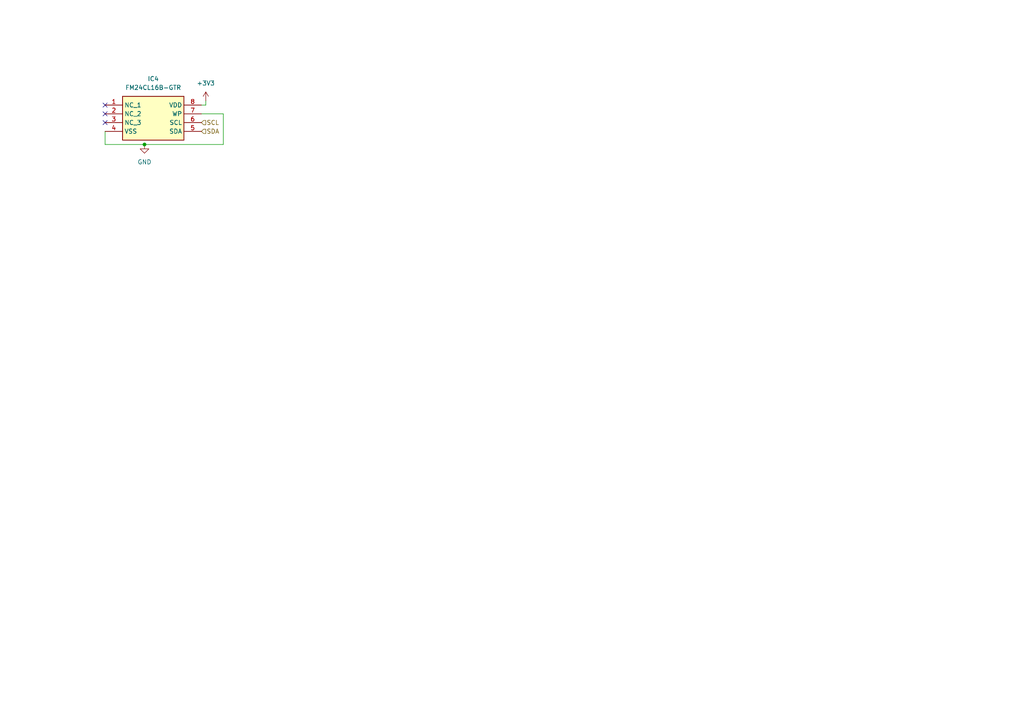
<source format=kicad_sch>
(kicad_sch
	(version 20250114)
	(generator "eeschema")
	(generator_version "9.0")
	(uuid "819cd880-e307-44e0-a007-fc97e5954497")
	(paper "A4")
	(title_block
		(title "DiSEqc Motor Control")
		(company "M0DMF ")
	)
	(lib_symbols
		(symbol "diseqc_cntrl:+3V3"
			(power)
			(pin_numbers
				(hide yes)
			)
			(pin_names
				(offset 0)
				(hide yes)
			)
			(exclude_from_sim no)
			(in_bom yes)
			(on_board yes)
			(property "Reference" "#PWR"
				(at 0 -3.81 0)
				(effects
					(font
						(size 1.27 1.27)
					)
					(hide yes)
				)
			)
			(property "Value" "+3V3"
				(at 0 3.556 0)
				(effects
					(font
						(size 1.27 1.27)
					)
				)
			)
			(property "Footprint" ""
				(at 0 0 0)
				(effects
					(font
						(size 1.27 1.27)
					)
					(hide yes)
				)
			)
			(property "Datasheet" ""
				(at 0 0 0)
				(effects
					(font
						(size 1.27 1.27)
					)
					(hide yes)
				)
			)
			(property "Description" "Power symbol creates a global label with name \"+3V3\""
				(at 0 0 0)
				(effects
					(font
						(size 1.27 1.27)
					)
					(hide yes)
				)
			)
			(property "ki_keywords" "global power"
				(at 0 0 0)
				(effects
					(font
						(size 1.27 1.27)
					)
					(hide yes)
				)
			)
			(symbol "+3V3_0_1"
				(polyline
					(pts
						(xy -0.762 1.27) (xy 0 2.54)
					)
					(stroke
						(width 0)
						(type default)
					)
					(fill
						(type none)
					)
				)
				(polyline
					(pts
						(xy 0 2.54) (xy 0.762 1.27)
					)
					(stroke
						(width 0)
						(type default)
					)
					(fill
						(type none)
					)
				)
				(polyline
					(pts
						(xy 0 0) (xy 0 2.54)
					)
					(stroke
						(width 0)
						(type default)
					)
					(fill
						(type none)
					)
				)
			)
			(symbol "+3V3_1_1"
				(pin power_in line
					(at 0 0 90)
					(length 0)
					(name "~"
						(effects
							(font
								(size 1.27 1.27)
							)
						)
					)
					(number "1"
						(effects
							(font
								(size 1.27 1.27)
							)
						)
					)
				)
			)
			(embedded_fonts no)
		)
		(symbol "diseqc_cntrl:FM24CL16B-GTR"
			(exclude_from_sim no)
			(in_bom yes)
			(on_board yes)
			(property "Reference" "IC"
				(at 24.13 7.62 0)
				(effects
					(font
						(size 1.27 1.27)
					)
					(justify left top)
				)
			)
			(property "Value" "FM24CL16B-GTR"
				(at 24.13 5.08 0)
				(effects
					(font
						(size 1.27 1.27)
					)
					(justify left top)
				)
			)
			(property "Footprint" "SOIC127P602X173-8N"
				(at 24.13 -94.92 0)
				(effects
					(font
						(size 1.27 1.27)
					)
					(justify left top)
					(hide yes)
				)
			)
			(property "Datasheet" "http://www.cypress.com/file/136491/download"
				(at 24.13 -194.92 0)
				(effects
					(font
						(size 1.27 1.27)
					)
					(justify left top)
					(hide yes)
				)
			)
			(property "Description" "F-RAM 16Kb Serial I2C 3V FRAM"
				(at 0 0 0)
				(effects
					(font
						(size 1.27 1.27)
					)
					(hide yes)
				)
			)
			(property "Height" "1.727"
				(at 24.13 -394.92 0)
				(effects
					(font
						(size 1.27 1.27)
					)
					(justify left top)
					(hide yes)
				)
			)
			(property "Mouser Part Number" "877-FM24CL16B-GTR"
				(at 24.13 -494.92 0)
				(effects
					(font
						(size 1.27 1.27)
					)
					(justify left top)
					(hide yes)
				)
			)
			(property "Mouser Price/Stock" "https://www.mouser.co.uk/ProductDetail/Infineon-Technologies/FM24CL16B-GTR?qs=pA5MXup5wxEg33VanoiarA%3D%3D"
				(at 24.13 -594.92 0)
				(effects
					(font
						(size 1.27 1.27)
					)
					(justify left top)
					(hide yes)
				)
			)
			(property "Manufacturer_Name" "Infineon"
				(at 24.13 -694.92 0)
				(effects
					(font
						(size 1.27 1.27)
					)
					(justify left top)
					(hide yes)
				)
			)
			(property "Manufacturer_Part_Number" "FM24CL16B-GTR"
				(at 24.13 -794.92 0)
				(effects
					(font
						(size 1.27 1.27)
					)
					(justify left top)
					(hide yes)
				)
			)
			(symbol "FM24CL16B-GTR_1_1"
				(rectangle
					(start 5.08 2.54)
					(end 22.86 -10.16)
					(stroke
						(width 0.254)
						(type default)
					)
					(fill
						(type background)
					)
				)
				(pin passive line
					(at 0 0 0)
					(length 5.08)
					(name "NC_1"
						(effects
							(font
								(size 1.27 1.27)
							)
						)
					)
					(number "1"
						(effects
							(font
								(size 1.27 1.27)
							)
						)
					)
				)
				(pin passive line
					(at 0 -2.54 0)
					(length 5.08)
					(name "NC_2"
						(effects
							(font
								(size 1.27 1.27)
							)
						)
					)
					(number "2"
						(effects
							(font
								(size 1.27 1.27)
							)
						)
					)
				)
				(pin passive line
					(at 0 -5.08 0)
					(length 5.08)
					(name "NC_3"
						(effects
							(font
								(size 1.27 1.27)
							)
						)
					)
					(number "3"
						(effects
							(font
								(size 1.27 1.27)
							)
						)
					)
				)
				(pin passive line
					(at 0 -7.62 0)
					(length 5.08)
					(name "VSS"
						(effects
							(font
								(size 1.27 1.27)
							)
						)
					)
					(number "4"
						(effects
							(font
								(size 1.27 1.27)
							)
						)
					)
				)
				(pin passive line
					(at 27.94 0 180)
					(length 5.08)
					(name "VDD"
						(effects
							(font
								(size 1.27 1.27)
							)
						)
					)
					(number "8"
						(effects
							(font
								(size 1.27 1.27)
							)
						)
					)
				)
				(pin passive line
					(at 27.94 -2.54 180)
					(length 5.08)
					(name "WP"
						(effects
							(font
								(size 1.27 1.27)
							)
						)
					)
					(number "7"
						(effects
							(font
								(size 1.27 1.27)
							)
						)
					)
				)
				(pin passive line
					(at 27.94 -5.08 180)
					(length 5.08)
					(name "SCL"
						(effects
							(font
								(size 1.27 1.27)
							)
						)
					)
					(number "6"
						(effects
							(font
								(size 1.27 1.27)
							)
						)
					)
				)
				(pin passive line
					(at 27.94 -7.62 180)
					(length 5.08)
					(name "SDA"
						(effects
							(font
								(size 1.27 1.27)
							)
						)
					)
					(number "5"
						(effects
							(font
								(size 1.27 1.27)
							)
						)
					)
				)
			)
			(embedded_fonts no)
		)
		(symbol "diseqc_cntrl:GND"
			(power)
			(pin_numbers
				(hide yes)
			)
			(pin_names
				(offset 0)
				(hide yes)
			)
			(exclude_from_sim no)
			(in_bom yes)
			(on_board yes)
			(property "Reference" "#PWR"
				(at 0 -6.35 0)
				(effects
					(font
						(size 1.27 1.27)
					)
					(hide yes)
				)
			)
			(property "Value" "GND"
				(at 0 -3.81 0)
				(effects
					(font
						(size 1.27 1.27)
					)
				)
			)
			(property "Footprint" ""
				(at 0 0 0)
				(effects
					(font
						(size 1.27 1.27)
					)
					(hide yes)
				)
			)
			(property "Datasheet" ""
				(at 0 0 0)
				(effects
					(font
						(size 1.27 1.27)
					)
					(hide yes)
				)
			)
			(property "Description" "Power symbol creates a global label with name \"GND\" , ground"
				(at 0 0 0)
				(effects
					(font
						(size 1.27 1.27)
					)
					(hide yes)
				)
			)
			(property "ki_keywords" "global power"
				(at 0 0 0)
				(effects
					(font
						(size 1.27 1.27)
					)
					(hide yes)
				)
			)
			(symbol "GND_0_1"
				(polyline
					(pts
						(xy 0 0) (xy 0 -1.27) (xy 1.27 -1.27) (xy 0 -2.54) (xy -1.27 -1.27) (xy 0 -1.27)
					)
					(stroke
						(width 0)
						(type default)
					)
					(fill
						(type none)
					)
				)
			)
			(symbol "GND_1_1"
				(pin power_in line
					(at 0 0 270)
					(length 0)
					(name "~"
						(effects
							(font
								(size 1.27 1.27)
							)
						)
					)
					(number "1"
						(effects
							(font
								(size 1.27 1.27)
							)
						)
					)
				)
			)
			(embedded_fonts no)
		)
	)
	(junction
		(at 41.91 41.91)
		(diameter 0)
		(color 0 0 0 0)
		(uuid "bfcfe887-b07d-41d5-a845-73b87c27cc4e")
	)
	(no_connect
		(at 30.48 33.02)
		(uuid "4f28f403-4125-4987-8464-50c9dcd371e0")
	)
	(no_connect
		(at 30.48 35.56)
		(uuid "72b0f9a4-8373-431e-8bd1-c17072ae9acd")
	)
	(no_connect
		(at 30.48 30.48)
		(uuid "e645a602-ec74-4dbe-870f-42fbee881421")
	)
	(wire
		(pts
			(xy 30.48 38.1) (xy 30.48 41.91)
		)
		(stroke
			(width 0)
			(type default)
		)
		(uuid "3af09f74-c1a4-41e6-b915-fb3f785a7a5a")
	)
	(wire
		(pts
			(xy 64.77 41.91) (xy 41.91 41.91)
		)
		(stroke
			(width 0)
			(type default)
		)
		(uuid "7eb888ba-13bc-4836-8146-6ea4d0ee341e")
	)
	(wire
		(pts
			(xy 64.77 33.02) (xy 64.77 41.91)
		)
		(stroke
			(width 0)
			(type default)
		)
		(uuid "9a3da1cf-0c4a-4dbd-9002-f05f45fd12e6")
	)
	(wire
		(pts
			(xy 59.69 30.48) (xy 59.69 29.21)
		)
		(stroke
			(width 0)
			(type default)
		)
		(uuid "af28e484-aa91-478a-9b10-40ac744ee52a")
	)
	(wire
		(pts
			(xy 58.42 33.02) (xy 64.77 33.02)
		)
		(stroke
			(width 0)
			(type default)
		)
		(uuid "bb91a3f4-590b-4ce3-8a07-28bde04d80db")
	)
	(wire
		(pts
			(xy 58.42 30.48) (xy 59.69 30.48)
		)
		(stroke
			(width 0)
			(type default)
		)
		(uuid "c24315dc-d128-4e61-8a51-011f0331fb60")
	)
	(wire
		(pts
			(xy 30.48 41.91) (xy 41.91 41.91)
		)
		(stroke
			(width 0)
			(type default)
		)
		(uuid "fbaa349e-e193-4d8d-855b-9e688896be2f")
	)
	(hierarchical_label "SCL"
		(shape input)
		(at 58.42 35.56 0)
		(effects
			(font
				(size 1.27 1.27)
			)
			(justify left)
		)
		(uuid "8b0f105f-4c1d-474f-ae18-437aaa0df13e")
	)
	(hierarchical_label "SDA"
		(shape input)
		(at 58.42 38.1 0)
		(effects
			(font
				(size 1.27 1.27)
			)
			(justify left)
		)
		(uuid "d78c884e-2a4c-46d7-8237-a95cdd535551")
	)
	(symbol
		(lib_id "diseqc_cntrl:GND")
		(at 41.91 41.91 0)
		(unit 1)
		(exclude_from_sim no)
		(in_bom yes)
		(on_board yes)
		(dnp no)
		(fields_autoplaced yes)
		(uuid "65d1993c-7e73-4d2b-b436-eeac731467c6")
		(property "Reference" "#PWR040"
			(at 41.91 48.26 0)
			(effects
				(font
					(size 1.27 1.27)
				)
				(hide yes)
			)
		)
		(property "Value" "GND"
			(at 41.91 46.99 0)
			(effects
				(font
					(size 1.27 1.27)
				)
			)
		)
		(property "Footprint" ""
			(at 41.91 41.91 0)
			(effects
				(font
					(size 1.27 1.27)
				)
				(hide yes)
			)
		)
		(property "Datasheet" ""
			(at 41.91 41.91 0)
			(effects
				(font
					(size 1.27 1.27)
				)
				(hide yes)
			)
		)
		(property "Description" "Power symbol creates a global label with name \"GND\" , ground"
			(at 41.91 41.91 0)
			(effects
				(font
					(size 1.27 1.27)
				)
				(hide yes)
			)
		)
		(pin "1"
			(uuid "4e20e79c-52b7-45fd-80b2-5f32bb98b7b1")
		)
		(instances
			(project ""
				(path "/82a905d8-f1d7-4995-9c16-94cf3cdcaad9/65fcf1a0-d0f2-4bf0-9977-67dd9f84afa5/a0a1c26e-f1b7-4174-aa7d-609e3ad3879e"
					(reference "#PWR040")
					(unit 1)
				)
			)
		)
	)
	(symbol
		(lib_id "diseqc_cntrl:FM24CL16B-GTR")
		(at 30.48 30.48 0)
		(unit 1)
		(exclude_from_sim no)
		(in_bom yes)
		(on_board yes)
		(dnp no)
		(fields_autoplaced yes)
		(uuid "6a82c809-0792-4f94-96d9-0e6d860d3a39")
		(property "Reference" "IC4"
			(at 44.45 22.86 0)
			(effects
				(font
					(size 1.27 1.27)
				)
			)
		)
		(property "Value" "FM24CL16B-GTR"
			(at 44.45 25.4 0)
			(effects
				(font
					(size 1.27 1.27)
				)
			)
		)
		(property "Footprint" "FM24CL16B-GTR:SOIC127P602X173-8N"
			(at 54.61 125.4 0)
			(effects
				(font
					(size 1.27 1.27)
				)
				(justify left top)
				(hide yes)
			)
		)
		(property "Datasheet" "http://www.cypress.com/file/136491/download"
			(at 54.61 225.4 0)
			(effects
				(font
					(size 1.27 1.27)
				)
				(justify left top)
				(hide yes)
			)
		)
		(property "Description" "F-RAM 16Kb Serial I2C 3V FRAM"
			(at 30.48 30.48 0)
			(effects
				(font
					(size 1.27 1.27)
				)
				(hide yes)
			)
		)
		(property "Height" "1.727"
			(at 54.61 425.4 0)
			(effects
				(font
					(size 1.27 1.27)
				)
				(justify left top)
				(hide yes)
			)
		)
		(property "Mouser Part Number" "877-FM24CL16B-GTR"
			(at 54.61 525.4 0)
			(effects
				(font
					(size 1.27 1.27)
				)
				(justify left top)
				(hide yes)
			)
		)
		(property "Mouser Price/Stock" "https://www.mouser.co.uk/ProductDetail/Infineon-Technologies/FM24CL16B-GTR?qs=pA5MXup5wxEg33VanoiarA%3D%3D"
			(at 54.61 625.4 0)
			(effects
				(font
					(size 1.27 1.27)
				)
				(justify left top)
				(hide yes)
			)
		)
		(property "Manufacturer_Name" "Infineon"
			(at 54.61 725.4 0)
			(effects
				(font
					(size 1.27 1.27)
				)
				(justify left top)
				(hide yes)
			)
		)
		(property "Manufacturer_Part_Number" "FM24CL16B-GTR"
			(at 54.61 825.4 0)
			(effects
				(font
					(size 1.27 1.27)
				)
				(justify left top)
				(hide yes)
			)
		)
		(property "Maufacturer_Part_Number" ""
			(at 30.48 30.48 0)
			(effects
				(font
					(size 1.27 1.27)
				)
				(hide yes)
			)
		)
		(property "Manufacturer_Part_Code" ""
			(at 30.48 30.48 0)
			(effects
				(font
					(size 1.27 1.27)
				)
				(hide yes)
			)
		)
		(property "Mouser_Part_Number" ""
			(at 30.48 30.48 0)
			(effects
				(font
					(size 1.27 1.27)
				)
				(hide yes)
			)
		)
		(property "My Stock" ""
			(at 30.48 30.48 0)
			(effects
				(font
					(size 1.27 1.27)
				)
				(hide yes)
			)
		)
		(pin "3"
			(uuid "a94b92f3-0e4b-42d7-ab85-4dd1a4f8c35a")
		)
		(pin "5"
			(uuid "5cd96509-342d-4dd0-aa84-2b5dd5e3ab61")
		)
		(pin "1"
			(uuid "9fb96427-4eef-4d1b-8fb8-4f6ac73f95d2")
		)
		(pin "7"
			(uuid "9accb9bd-01ff-4c38-93da-bf0ea68e9d44")
		)
		(pin "4"
			(uuid "aea90c6e-4924-41c6-898a-0fd66955b6db")
		)
		(pin "2"
			(uuid "e5f967ef-557e-48fa-9465-7cdc7c4cd02f")
		)
		(pin "6"
			(uuid "44d74217-63b6-453d-ab51-f20378d9f2fe")
		)
		(pin "8"
			(uuid "019393e5-f221-44d5-addf-3dddf1c7d951")
		)
		(instances
			(project ""
				(path "/82a905d8-f1d7-4995-9c16-94cf3cdcaad9/65fcf1a0-d0f2-4bf0-9977-67dd9f84afa5/a0a1c26e-f1b7-4174-aa7d-609e3ad3879e"
					(reference "IC4")
					(unit 1)
				)
			)
		)
	)
	(symbol
		(lib_id "diseqc_cntrl:+3V3")
		(at 59.69 29.21 0)
		(unit 1)
		(exclude_from_sim no)
		(in_bom yes)
		(on_board yes)
		(dnp no)
		(fields_autoplaced yes)
		(uuid "72513c1f-119b-4baf-aca3-8f8b58091d71")
		(property "Reference" "#PWR041"
			(at 59.69 33.02 0)
			(effects
				(font
					(size 1.27 1.27)
				)
				(hide yes)
			)
		)
		(property "Value" "+3V3"
			(at 59.69 24.13 0)
			(effects
				(font
					(size 1.27 1.27)
				)
			)
		)
		(property "Footprint" ""
			(at 59.69 29.21 0)
			(effects
				(font
					(size 1.27 1.27)
				)
				(hide yes)
			)
		)
		(property "Datasheet" ""
			(at 59.69 29.21 0)
			(effects
				(font
					(size 1.27 1.27)
				)
				(hide yes)
			)
		)
		(property "Description" "Power symbol creates a global label with name \"+3V3\""
			(at 59.69 29.21 0)
			(effects
				(font
					(size 1.27 1.27)
				)
				(hide yes)
			)
		)
		(pin "1"
			(uuid "8e795691-e1cc-4a4c-aa75-b51fe0a06e3a")
		)
		(instances
			(project ""
				(path "/82a905d8-f1d7-4995-9c16-94cf3cdcaad9/65fcf1a0-d0f2-4bf0-9977-67dd9f84afa5/a0a1c26e-f1b7-4174-aa7d-609e3ad3879e"
					(reference "#PWR041")
					(unit 1)
				)
			)
		)
	)
)

</source>
